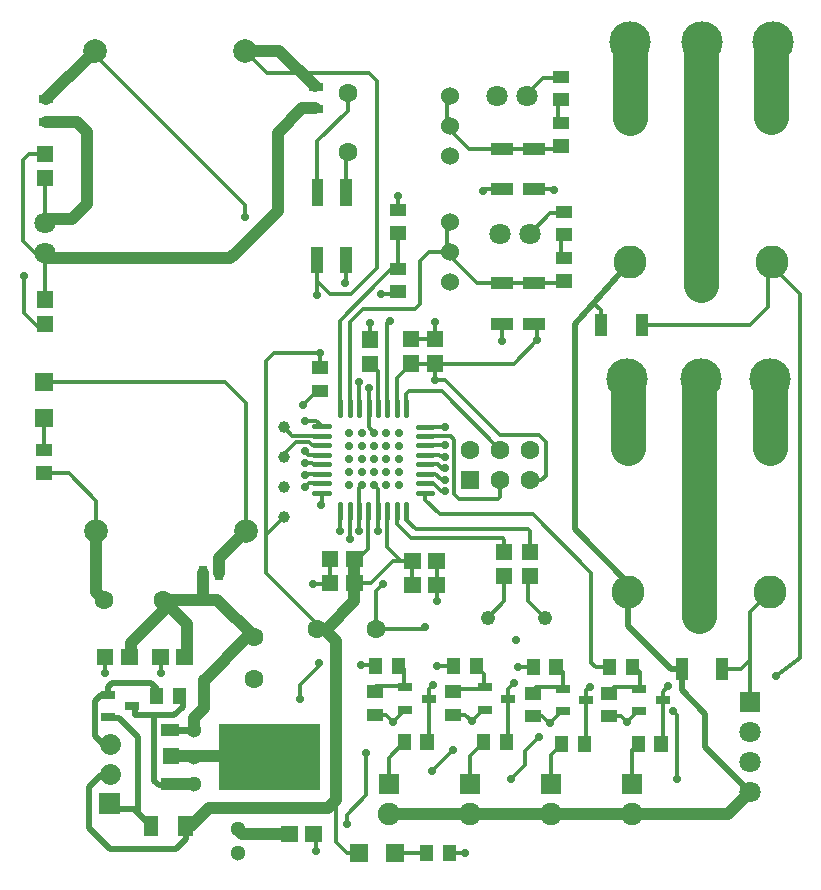
<source format=gtl>
G04 Layer: TopLayer*
G04 EasyEDA v6.4.20.6, 2021-07-30T13:21:48--3:00*
G04 b5d51b18a43e43a9a62da66a6b900804,9d841d54c62b4e4b873e3168cd68637e,10*
G04 Gerber Generator version 0.2*
G04 Scale: 100 percent, Rotated: No, Reflected: No *
G04 Dimensions in millimeters *
G04 leading zeros omitted , absolute positions ,4 integer and 5 decimal *
%FSLAX45Y45*%
%MOMM*%

%ADD10C,0.3000*%
%ADD12C,1.0000*%
%ADD13C,3.0000*%
%ADD14C,0.5000*%
%ADD15C,0.6000*%
%ADD16C,0.4500*%
%ADD17C,0.7100*%
%ADD19R,1.3500X1.4100*%
%ADD20R,0.6350X1.2700*%
%ADD22R,1.6350X1.6000*%
%ADD23R,1.0160X1.9050*%
%ADD24R,1.3770X1.1325*%
%ADD25R,1.9050X1.0160*%
%ADD26R,1.2700X0.6350*%
%ADD27R,1.6000X1.6350*%
%ADD29R,1.2500X0.7000*%
%ADD30R,6.2001X5.4000*%
%ADD31R,1.6002X1.0008*%
%ADD32R,0.9800X2.2650*%
%ADD33C,1.8000*%
%ADD34C,1.5240*%
%ADD35C,1.6000*%
%ADD36C,1.3000*%
%ADD37R,1.8000X1.8000*%
%ADD38C,2.0000*%
%ADD39C,1.9000*%
%ADD40C,2.7940*%
%ADD41R,1.6000X1.6000*%
%ADD42C,1.2116*%
%ADD43C,1.3000*%
%ADD44C,3.5000*%

%LPD*%
D10*
X2071573Y4885258D02*
G01*
X2071573Y4926126D01*
X1638300Y5359400D01*
X1638300Y7150100D01*
X1710692Y7222492D01*
X2095500Y7222492D01*
D12*
X2235200Y4779261D02*
G01*
X2129203Y4885258D01*
X2071573Y4885258D01*
X2071573Y4885258D02*
G01*
X2154763Y4885258D01*
X2389002Y5119494D01*
X2389002Y5270500D01*
D13*
X5908537Y6412306D02*
G01*
X5908537Y6994664D01*
X5905502Y6997700D01*
D10*
X2988309Y6356350D02*
G01*
X3107436Y6356350D01*
X3128518Y6335521D01*
X3150108Y6335521D01*
X2988309Y6516370D02*
G01*
X3204718Y6516370D01*
X3236975Y6484112D01*
X3236975Y6021323D01*
X3276600Y5981700D01*
X3606800Y5981700D01*
X3625850Y6000750D01*
X3625850Y6145021D01*
X2988309Y6276594D02*
G01*
X3093720Y6276594D01*
X3131311Y6239002D01*
X3154679Y6239002D01*
X3025647Y6116573D02*
G01*
X3058668Y6116573D01*
X3124454Y6050787D01*
X3154773Y6050841D01*
X1968500Y6082360D02*
G01*
X2003732Y6117592D01*
X2112007Y6117592D01*
X2112009Y6437376D02*
G01*
X2033524Y6437376D01*
X2006600Y6464300D01*
X1892300Y6464300D01*
X1790700Y6362700D01*
X1790700Y6337300D01*
X1968500Y6387160D02*
G01*
X1998294Y6357365D01*
X2112007Y6357365D01*
X1968500Y6183960D02*
G01*
X1982139Y6197600D01*
X2112007Y6197600D01*
X2112009Y6517386D02*
G01*
X1864613Y6517386D01*
X1790700Y6591300D01*
X1968500Y6285560D02*
G01*
X2027854Y6285560D01*
X2035807Y6277607D01*
X2112007Y6277607D01*
X2112007Y6597395D02*
G01*
X2067303Y6642100D01*
X1968500Y6642100D01*
X-241300Y6202679D02*
G01*
X-30479Y6202679D01*
X203200Y5969000D01*
X203200Y5715000D01*
X279400Y4508957D02*
G01*
X279400Y4660900D01*
X751839Y4511217D02*
G01*
X751839Y4630928D01*
X769112Y4648200D01*
X2587726Y5715101D02*
G01*
X2587726Y5879569D01*
X2588257Y5880100D01*
X2108200Y5928360D02*
G01*
X2112007Y5932167D01*
X2112007Y6037579D01*
X2428491Y5880100D02*
G01*
X2425700Y5877308D01*
X2425700Y5714517D01*
X2349500Y5645861D02*
G01*
X2349500Y5879084D01*
X2348484Y5880100D01*
X2268372Y5716244D02*
G01*
X2268372Y5879995D01*
X2268476Y5880100D01*
X-228600Y8064500D02*
G01*
X-228600Y7672196D01*
X-228600Y8318500D02*
G01*
X-228600Y8698103D01*
X-228600Y8903970D02*
G01*
X-367029Y8903970D01*
X-419100Y8851900D01*
X-419100Y8166100D01*
X-317500Y8064500D01*
X-228600Y8064500D01*
X-241300Y6971642D02*
G01*
X1296057Y6971642D01*
X1473200Y6794500D01*
X1473200Y5715000D01*
D12*
X1358900Y8051800D02*
G01*
X1333500Y8026400D01*
X-228600Y8026400D01*
D10*
X2620312Y7721927D02*
G01*
X2736425Y7721927D01*
X2756382Y7741884D01*
X2269490Y6753860D02*
G01*
X2269490Y7489189D01*
X2605531Y7837678D01*
X2700527Y7932420D01*
X2755900Y7932420D01*
X1460500Y9779000D02*
G01*
X1651000Y9588500D01*
X2514600Y9588500D01*
X2578100Y9525000D01*
X2578100Y7940802D01*
X2358897Y7721600D01*
X2186940Y7721600D01*
X2077211Y7831328D01*
X2077211Y8009889D01*
X2070100Y7708900D02*
G01*
X2077206Y7716006D01*
X2077206Y8009892D01*
X-203200Y7440805D02*
G01*
X-290705Y7440805D01*
X-409702Y7559802D01*
X-409702Y7869758D01*
D12*
X1714500Y9779000D02*
G01*
X1460500Y9779000D01*
D10*
X2316988Y8576310D02*
G01*
X2316988Y8899652D01*
X2336800Y8919463D01*
X2755900Y8234578D02*
G01*
X2755900Y7932521D01*
X2311400Y7810500D02*
G01*
X2317092Y7816192D01*
X2317092Y8009836D01*
X3070857Y7128383D02*
G01*
X2867657Y7128383D01*
X2867657Y7334374D02*
G01*
X3070857Y7334374D01*
X3641394Y7319898D02*
G01*
X3641394Y7381544D01*
X3641404Y7465954D01*
X3070859Y6990079D02*
G01*
X3157220Y6990079D01*
X3619500Y6527800D01*
X3949700Y6527800D01*
X4009897Y6467602D01*
X4009897Y6181597D01*
X3973322Y6145021D01*
X3879850Y6145021D01*
X2988307Y6036561D02*
G01*
X2988307Y5977892D01*
X3111500Y5854700D01*
X3898900Y5854700D01*
X4394200Y5359400D01*
X4394200Y4597400D01*
X4432300Y4559300D01*
X4551573Y4559300D01*
X4749800Y4572000D02*
G01*
X4807173Y4514626D01*
X4807173Y4387601D01*
D14*
X5162550Y4546600D02*
G01*
X5067300Y4546600D01*
X4708649Y4905250D01*
X4708649Y5192265D01*
D10*
X5505450Y4546600D02*
G01*
X5664200Y4546600D01*
X5740400Y4622800D01*
X5740400Y4267200D02*
G01*
X5740400Y5024104D01*
X5908588Y5192293D01*
X5956300Y4483100D02*
G01*
X6159500Y4635500D01*
X6159500Y7506715D01*
X2811673Y3924300D02*
G01*
X2679600Y3792220D01*
X2679600Y3568725D01*
X2442209Y4575810D02*
G01*
X2566563Y4575810D01*
X2570373Y4572000D01*
X3494100Y4197604D02*
G01*
X3480943Y4197604D01*
X3383635Y4100296D01*
X3694175Y4292600D02*
G01*
X3694175Y3924300D01*
X3677920Y3924300D01*
X4154500Y4184904D02*
G01*
X4145000Y4184904D01*
X4049496Y4089400D01*
X3778961Y4559300D02*
G01*
X3903873Y4559300D01*
X3086100Y4572000D02*
G01*
X3230778Y4572000D01*
X2755900Y4597400D02*
G01*
X2813273Y4540026D01*
X2813273Y4400301D01*
X3416300Y4572000D02*
G01*
X3486373Y4501926D01*
X3486373Y4374901D01*
X4102100Y4572000D02*
G01*
X4159473Y4514626D01*
X4159473Y4387601D01*
X4381500Y4394200D02*
G01*
X4354499Y4367199D01*
X4354499Y4279900D01*
X4546600Y4145178D02*
G01*
X4648301Y4145178D01*
X4699000Y4094479D01*
X2557673Y4389226D02*
G01*
X2568747Y4400301D01*
X2813273Y4400301D01*
X2092959Y4598670D02*
G01*
X2092959Y4569460D01*
X1930400Y4406900D01*
X1930400Y4292600D01*
X3657600Y5332605D02*
G01*
X3657600Y5118100D01*
X3517900Y4978400D01*
X3873500Y5332605D02*
G01*
X3860800Y5332605D01*
X3860800Y5118100D01*
X4000500Y4978400D01*
X2978658Y5651500D02*
G01*
X3646170Y5651500D01*
X3657600Y5640070D01*
X3657600Y5538470D01*
X2828292Y5880100D02*
G01*
X2828292Y5807707D01*
X2908300Y5727700D01*
X3200400Y5727700D01*
X3200400Y5727700D02*
G01*
X3857848Y5727700D01*
X3873500Y5712048D01*
X3873500Y5538594D01*
X2748285Y5880100D02*
G01*
X2748285Y5773420D01*
X2870200Y5651500D01*
X2978632Y5651500D01*
D14*
X304545Y4326636D02*
G01*
X304545Y4389120D01*
X337565Y4422139D01*
X668273Y4422139D01*
X716279Y4374387D01*
X716279Y4318000D01*
D10*
X5002275Y4279900D02*
G01*
X5002275Y3911600D01*
X4986020Y3911600D01*
X4354575Y4279900D02*
G01*
X4354575Y3911600D01*
X4338320Y3911600D01*
X2235200Y3437381D02*
G01*
X2235200Y3078479D01*
X2329179Y2984500D01*
X2426461Y2984500D01*
X1638300Y5562345D02*
G01*
X1638300Y5676900D01*
X1790700Y5829300D01*
X3055442Y4408170D02*
G01*
X3020999Y4373727D01*
X3020999Y4292600D01*
X1955800Y6781800D02*
G01*
X2075078Y6901078D01*
X2095500Y6901078D01*
X2755900Y8427821D02*
G01*
X2755900Y8547100D01*
X5049164Y4396003D02*
G01*
X5002199Y4349038D01*
X5002199Y4279900D01*
X5921301Y7986290D02*
G01*
X5892800Y7957797D01*
X5892800Y7607300D01*
X5740400Y7454900D01*
X4821478Y7454900D01*
X6159500Y7721600D02*
G01*
X5908601Y7972498D01*
X6159500Y7505700D02*
G01*
X6159500Y7721600D01*
X3200400Y8078215D02*
G01*
X3023615Y8078215D01*
X2946400Y8001000D01*
X2946400Y7634986D01*
X2906013Y7594600D01*
X2463800Y7594600D01*
X2349500Y7480300D01*
X2349500Y6753860D01*
X3195426Y2984500D02*
G01*
X3325037Y2984500D01*
X-241300Y6668262D02*
G01*
X-241300Y6395720D01*
D12*
X-228600Y8356600D02*
G01*
X0Y8356600D01*
X127000Y8483600D01*
X127000Y9093200D01*
X42926Y9177274D01*
X-220979Y9177274D01*
D13*
X4708641Y6412306D02*
G01*
X4708641Y6988060D01*
X4699002Y6997700D01*
X5308589Y4992293D02*
G01*
X5308589Y6984989D01*
X5321300Y6997700D01*
X5921247Y9215714D02*
G01*
X5921247Y9854956D01*
X5930900Y9864608D01*
X4721352Y9206306D02*
G01*
X4721352Y9852152D01*
X4724400Y9855200D01*
X5321300Y7795701D02*
G01*
X5321300Y9851908D01*
X5334000Y9864608D01*
D10*
X4413361Y7644792D02*
G01*
X4478578Y7579575D01*
X4478578Y7454900D01*
D12*
X1739900Y9080500D02*
G01*
X1739900Y8420100D01*
X1358900Y8039100D01*
X1092200Y3302000D02*
G01*
X1155700Y3365500D01*
X2163318Y3365500D01*
X2235200Y3437381D01*
X2235200Y4779263D01*
X1092200Y3302000D02*
G01*
X1003300Y3213100D01*
X960628Y3213100D01*
D14*
X342900Y3644900D02*
G01*
X241300Y3644900D01*
X139700Y3543300D01*
X139700Y3200400D01*
X317500Y3022600D01*
X876300Y3022600D01*
X960678Y3106978D01*
X960678Y3213100D01*
D12*
X1548129Y4810505D02*
G01*
X1227581Y5130800D01*
X770636Y5130800D01*
X203200Y5715000D02*
G01*
X203200Y5198313D01*
X270713Y5130800D01*
D10*
X190500Y9779000D02*
G01*
X190500Y9740900D01*
X1460500Y8470900D01*
X1460500Y8369300D01*
D12*
X165100Y9728200D02*
G01*
X139372Y9728200D01*
X-220929Y9367898D01*
X190172Y9779000D01*
X190500Y9779000D01*
X2052314Y9482076D02*
G01*
X1755391Y9779000D01*
X1460500Y9779000D01*
D10*
X5948710Y7955955D02*
G01*
X5934001Y7941246D01*
X2514600Y6921500D02*
G01*
X2509514Y6916414D01*
X2509514Y6753857D01*
X2669280Y6753857D02*
G01*
X2669280Y7469880D01*
X2692400Y7493000D01*
X3937000Y7327900D02*
G01*
X3937000Y7461250D01*
X3911600Y8604250D02*
G01*
X4070350Y8604250D01*
X4076700Y8597900D01*
X3476167Y8594267D02*
G01*
X3486150Y8604250D01*
X3695700Y8604250D01*
X3175000Y8065493D02*
G01*
X3175000Y8319493D01*
X3641394Y7808848D02*
G01*
X3431644Y7808848D01*
X3175000Y8065493D01*
X4140200Y7815478D02*
G01*
X4133570Y7808848D01*
X3641394Y7808848D01*
X4140200Y8209178D02*
G01*
X4140200Y8008721D01*
X3873500Y8227060D02*
G01*
X4048861Y8402421D01*
X4140200Y8402421D01*
X3175000Y9386315D02*
G01*
X3175000Y9132315D01*
X3653967Y8943517D02*
G01*
X3363775Y8943517D01*
X3175000Y9132293D01*
X4114800Y8958478D02*
G01*
X4099839Y8943517D01*
X3653967Y8943517D01*
X4114800Y9352178D02*
G01*
X4114800Y9151721D01*
X3822700Y9385300D02*
G01*
X3982826Y9545421D01*
X4114800Y9545421D01*
X2063318Y3004820D02*
G01*
X2063318Y3132383D01*
X2046102Y3149600D01*
D12*
X2389002Y5270500D02*
G01*
X2389126Y5473700D01*
D10*
X3155035Y6591300D02*
G01*
X3149955Y6596379D01*
X2988307Y6596379D01*
X2829308Y6753857D02*
G01*
X2829308Y6870192D01*
X2855219Y6896100D01*
X3128614Y6896100D01*
X3625824Y6398895D01*
X2881497Y5461000D02*
G01*
X2717142Y5461000D01*
X2526642Y5270500D01*
X2389002Y5270500D01*
X2668264Y5880100D02*
G01*
X2668264Y5574035D01*
X2781300Y5461000D01*
X2881497Y5461000D01*
D12*
X4737100Y3314674D02*
G01*
X5549874Y3314674D01*
X5740400Y3505200D01*
X4051300Y3314700D02*
G01*
X4737100Y3314674D01*
X3365500Y3314700D02*
G01*
X4051300Y3314700D01*
X2679700Y3314674D02*
G01*
X3365500Y3314700D01*
D10*
X4792873Y3911600D02*
G01*
X4737000Y3855720D01*
X4737000Y3568700D01*
X4145173Y3911600D02*
G01*
X4051200Y3817620D01*
X4051200Y3568725D01*
X3484773Y3924300D02*
G01*
X3365400Y3804920D01*
X3365400Y3568725D01*
X4802200Y4184904D02*
G01*
X4789424Y4184904D01*
X4699000Y4094479D01*
X3898900Y4145178D02*
G01*
X3980073Y4145178D01*
X4035851Y4089400D01*
X4049496Y4089400D01*
X2565400Y4157878D02*
G01*
X2658262Y4157878D01*
X2720162Y4095978D01*
X2821000Y4197604D02*
G01*
X2720162Y4096765D01*
X2720162Y4095978D01*
X3225800Y4157878D02*
G01*
X3326053Y4157878D01*
X3383635Y4100296D01*
X3737432Y4421403D02*
G01*
X3694099Y4378070D01*
X3694099Y4292600D01*
X3020999Y4292600D02*
G01*
X3020999Y3924300D01*
X3004926Y3924300D01*
X2095500Y7094220D02*
G01*
X2095500Y7222489D01*
X3070857Y7128383D02*
G01*
X3070857Y6990079D01*
X3070857Y7334374D02*
G01*
X3075940Y7339456D01*
X3075940Y7479029D01*
X2524757Y7334374D02*
G01*
X2524757Y7475928D01*
X2525496Y7476667D01*
X2867657Y7128383D02*
G01*
X2749301Y7010021D01*
X2749301Y6753857D01*
X2524757Y7128383D02*
G01*
X2589273Y7063867D01*
X2589273Y6753857D01*
X3087502Y5257800D02*
G01*
X3087626Y5461000D01*
X3086100Y5118100D02*
G01*
X3087502Y5257800D01*
X2040661Y5265420D02*
G01*
X2127128Y5265420D01*
X2142368Y5250179D01*
X2182997Y5473700D02*
G01*
X2182997Y5290814D01*
X2142368Y5250179D01*
X3903873Y4363826D02*
G01*
X3927647Y4387601D01*
X4159473Y4387601D01*
X3218073Y4363826D02*
G01*
X3229147Y4374901D01*
X3460973Y4374901D01*
X4551573Y4351126D02*
G01*
X4588047Y4387601D01*
X4794473Y4387601D01*
D12*
X1406321Y3185261D02*
G01*
X1441983Y3149600D01*
X1840105Y3149600D01*
D15*
X829307Y4025900D02*
G01*
X1028700Y4025900D01*
D12*
X908050Y3810000D02*
G01*
X1123950Y3810000D01*
X1250950Y3810000D01*
D10*
X2336800Y9419386D02*
G01*
X2336800Y9271000D01*
X2077110Y9011310D01*
X2077110Y8576360D01*
D14*
X934821Y4306826D02*
G01*
X934821Y4225645D01*
X863600Y4154426D01*
X531799Y4154426D01*
X531799Y4217926D01*
D12*
X976505Y4648200D02*
G01*
X976505Y4925006D01*
X770712Y5130800D01*
D14*
X854707Y3557526D02*
G01*
X734999Y3557526D01*
X696899Y3595626D01*
X696899Y3595626D02*
G01*
X696899Y4154426D01*
X342900Y3914056D02*
G01*
X254000Y3914056D01*
X190500Y3977556D01*
X190500Y4038600D01*
X190500Y4038600D02*
G01*
X190500Y4269656D01*
X247395Y4326552D01*
X331800Y4326552D01*
X342900Y4127500D02*
G01*
X398195Y4127500D01*
X557199Y3968495D01*
X557199Y3320821D01*
X664921Y3213100D01*
X625220Y3257295D02*
G01*
X523620Y3358895D01*
X277799Y3358895D01*
D12*
X1250950Y3810000D02*
G01*
X1602742Y3810000D01*
X1628142Y3835400D01*
X829307Y3570226D02*
G01*
X1028700Y3570226D01*
X495300Y4648200D02*
G01*
X495300Y4762500D01*
X770712Y5037912D01*
X770712Y5130800D01*
X1739900Y9085069D02*
G01*
X1946653Y9291576D01*
X2052320Y9291576D01*
D10*
X2729738Y2984500D02*
G01*
X3002279Y2984500D01*
X3070857Y7128383D02*
G01*
X3737483Y7128383D01*
X3937000Y7327900D01*
X2881502Y5461000D02*
G01*
X2881502Y5257800D01*
X2508498Y5880100D02*
G01*
X2508498Y5562600D01*
X2419598Y5473700D01*
X2389002Y5473700D01*
X2451734Y6101079D02*
G01*
X2428493Y6077838D01*
X2428493Y5880100D01*
X2556509Y6101079D02*
G01*
X2588259Y6069329D01*
X2588259Y5880100D01*
X2509520Y6753860D02*
G01*
X2509520Y6592570D01*
X2556509Y6545579D01*
X2429507Y6753857D02*
G01*
X2429507Y6968492D01*
X2425700Y6972300D01*
X2988307Y6436357D02*
G01*
X3155541Y6436357D01*
X3156661Y6437477D01*
X2988307Y6196584D02*
G01*
X3074415Y6196584D01*
X3120897Y6150102D01*
X3156661Y6150102D01*
X2571546Y4885258D02*
G01*
X2571546Y5202275D01*
X2634333Y5265061D01*
X2984500Y4902200D02*
G01*
X2967558Y4885258D01*
X2571546Y4885258D01*
X2323084Y3232150D02*
G01*
X2323084Y3310018D01*
X2487752Y3474686D01*
X2487752Y3830675D01*
X3048000Y3683000D02*
G01*
X3225800Y3860800D01*
D14*
X5162550Y4546600D02*
G01*
X5162550Y4362450D01*
X5359400Y4165600D01*
X5359400Y3886200D01*
X5740400Y3505200D01*
D10*
X5090157Y4185920D02*
G01*
X5123179Y4152900D01*
X5123179Y3615689D01*
X3718433Y3615486D02*
G01*
X3835400Y3732453D01*
X3835400Y3852316D01*
X3953941Y3970858D01*
D12*
X1028700Y4025900D02*
G01*
X1028700Y4127500D01*
X1117600Y4216400D01*
X1117600Y4449058D01*
X1536700Y4810505D02*
G01*
X1484127Y4810505D01*
X1122679Y4449058D01*
X1104900Y5359400D02*
G01*
X1104900Y5148579D01*
X1122679Y5130800D01*
X1473200Y5715000D02*
G01*
X1244600Y5486400D01*
X1244600Y5359400D01*
D14*
X4708652Y5192268D02*
G01*
X4708652Y5273547D01*
X4254500Y5727700D01*
X4254500Y7468615D01*
X4721301Y7986293D01*
D16*
X2052010Y6037579D02*
G01*
X2172009Y6037579D01*
X2052010Y6117589D02*
G01*
X2172009Y6117589D01*
X2052010Y6197600D02*
G01*
X2172009Y6197600D01*
X2052010Y6277610D02*
G01*
X2172009Y6277610D01*
X2052010Y6357365D02*
G01*
X2172009Y6357365D01*
X2052010Y6437376D02*
G01*
X2172009Y6437376D01*
X2052010Y6517386D02*
G01*
X2172009Y6517386D01*
X2052010Y6597395D02*
G01*
X2172009Y6597395D01*
X2269490Y6813859D02*
G01*
X2269490Y6693860D01*
X2349500Y6813859D02*
G01*
X2349500Y6693860D01*
X2429509Y6813859D02*
G01*
X2429509Y6693860D01*
X2509520Y6813859D02*
G01*
X2509520Y6693860D01*
X2589275Y6813859D02*
G01*
X2589275Y6693860D01*
X2669286Y6813859D02*
G01*
X2669286Y6693860D01*
X2749295Y6813859D02*
G01*
X2749295Y6693860D01*
X2829306Y6813859D02*
G01*
X2829306Y6693860D01*
X2928310Y6596379D02*
G01*
X3048309Y6596379D01*
X2928310Y6516370D02*
G01*
X3048309Y6516370D01*
X2928310Y6436360D02*
G01*
X3048309Y6436360D01*
X2928310Y6356350D02*
G01*
X3048309Y6356350D01*
X2928310Y6276594D02*
G01*
X3048309Y6276594D01*
X2928310Y6196584D02*
G01*
X3048309Y6196584D01*
X2928310Y6116573D02*
G01*
X3048309Y6116573D01*
X2928310Y6036563D02*
G01*
X3048309Y6036563D01*
X2828290Y5940099D02*
G01*
X2828290Y5820100D01*
X2748279Y5940099D02*
G01*
X2748279Y5820100D01*
X2668270Y5940099D02*
G01*
X2668270Y5820100D01*
X2588259Y5940099D02*
G01*
X2588259Y5820100D01*
X2508504Y5940099D02*
G01*
X2508504Y5820100D01*
X2428493Y5940099D02*
G01*
X2428493Y5820100D01*
X2348484Y5940099D02*
G01*
X2348484Y5820100D01*
X2268474Y5940099D02*
G01*
X2268474Y5820100D01*
G36*
X767702Y3742499D02*
G01*
X767702Y3877500D01*
X908702Y3877500D01*
X908702Y3742499D01*
G37*
D19*
G01*
X3070859Y7334377D03*
D20*
G01*
X1244600Y5359400D03*
G01*
X1104900Y5359400D03*
G36*
X3138799Y2915650D02*
G01*
X3138799Y3053349D01*
X3252053Y3053349D01*
X3252053Y2915650D01*
G37*
G36*
X3058800Y2915650D02*
G01*
X3058800Y3053349D01*
X2945546Y3053349D01*
X2945546Y2915650D01*
G37*
D22*
G01*
X2426360Y2984500D03*
G01*
X2729839Y2984500D03*
D23*
G01*
X5162550Y4546600D03*
G01*
X5505450Y4546600D03*
G01*
X4478566Y7454900D03*
G01*
X4821466Y7454900D03*
G36*
X4071350Y9027800D02*
G01*
X4209049Y9027800D01*
X4209049Y8914546D01*
X4071350Y8914546D01*
G37*
D24*
G01*
X4140200Y9164421D03*
G36*
X4071350Y9421500D02*
G01*
X4209049Y9421500D01*
X4209049Y9308246D01*
X4071350Y9308246D01*
G37*
G01*
X4140200Y9558121D03*
D25*
G01*
X3911600Y8604250D03*
G01*
X3911600Y8947150D03*
G01*
X3641407Y8947150D03*
G01*
X3641407Y8604250D03*
G01*
X3641404Y7808854D03*
G01*
X3641404Y7465954D03*
G01*
X3911600Y7465956D03*
G01*
X3911600Y7808856D03*
G36*
X4096750Y8278500D02*
G01*
X4234449Y8278500D01*
X4234449Y8165246D01*
X4096750Y8165246D01*
G37*
D24*
G01*
X4165600Y8415121D03*
G36*
X4096750Y7884800D02*
G01*
X4234449Y7884800D01*
X4234449Y7771546D01*
X4096750Y7771546D01*
G37*
G01*
X4165600Y8021421D03*
G36*
X2687050Y8291200D02*
G01*
X2824749Y8291200D01*
X2824749Y8177946D01*
X2687050Y8177946D01*
G37*
G01*
X2755900Y8427821D03*
G36*
X2687050Y7795900D02*
G01*
X2824749Y7795900D01*
X2824749Y7682646D01*
X2687050Y7682646D01*
G37*
G01*
X2755900Y7932521D03*
G36*
X2164349Y7037699D02*
G01*
X2026650Y7037699D01*
X2026650Y7150953D01*
X2164349Y7150953D01*
G37*
G01*
X2095500Y6901078D03*
D26*
G01*
X-220929Y9367901D03*
G01*
X-220929Y9177401D03*
D27*
G01*
X-241300Y6971639D03*
G01*
X-241300Y6668160D03*
G36*
X-310149Y6259200D02*
G01*
X-172450Y6259200D01*
X-172450Y6145946D01*
X-310149Y6145946D01*
G37*
D24*
G01*
X-241300Y6395821D03*
G36*
X-161099Y8833599D02*
G01*
X-296100Y8833599D01*
X-296100Y8974599D01*
X-161099Y8974599D01*
G37*
D19*
G01*
X-228600Y8698103D03*
G36*
X-161099Y7601699D02*
G01*
X-296100Y7601699D01*
X-296100Y7742699D01*
X-161099Y7742699D01*
G37*
G01*
X-228600Y7466203D03*
G36*
X1910600Y3217100D02*
G01*
X1910600Y3082099D01*
X1769600Y3082099D01*
X1769600Y3217100D01*
G37*
G36*
X1975599Y3217100D02*
G01*
X1975599Y3082099D01*
X2116599Y3082099D01*
X2116599Y3217100D01*
G37*
G36*
X772800Y4386849D02*
G01*
X772800Y4249150D01*
X659546Y4249150D01*
X659546Y4386849D01*
G37*
G36*
X852799Y4386849D02*
G01*
X852799Y4249150D01*
X966053Y4249150D01*
X966053Y4386849D01*
G37*
G36*
X900300Y3128050D02*
G01*
X900300Y3298149D01*
X1021052Y3298149D01*
X1021052Y3128050D01*
G37*
G36*
X725299Y3128050D02*
G01*
X725299Y3298149D01*
X604547Y3298149D01*
X604547Y3128050D01*
G37*
G36*
X413499Y4580699D02*
G01*
X413499Y4715700D01*
X554499Y4715700D01*
X554499Y4580699D01*
G37*
G36*
X348500Y4580699D02*
G01*
X348500Y4715700D01*
X207500Y4715700D01*
X207500Y4580699D01*
G37*
G36*
X883399Y4580699D02*
G01*
X883399Y4715700D01*
X1024399Y4715700D01*
X1024399Y4580699D01*
G37*
G36*
X818400Y4580699D02*
G01*
X818400Y4715700D01*
X677400Y4715700D01*
X677400Y4580699D01*
G37*
D29*
G01*
X306400Y4324095D03*
G01*
X306400Y4134104D03*
G01*
X506399Y4229100D03*
D30*
G01*
X1558289Y3797300D03*
D31*
G01*
X829310Y4025900D03*
G01*
X829310Y3568700D03*
D26*
G01*
X2065045Y9474200D03*
G01*
X2065045Y9283700D03*
G36*
X2627000Y4640849D02*
G01*
X2627000Y4503150D01*
X2513746Y4503150D01*
X2513746Y4640849D01*
G37*
G36*
X2706999Y4640849D02*
G01*
X2706999Y4503150D01*
X2820253Y4503150D01*
X2820253Y4640849D01*
G37*
G36*
X3287400Y4640849D02*
G01*
X3287400Y4503150D01*
X3174146Y4503150D01*
X3174146Y4640849D01*
G37*
G36*
X3367399Y4640849D02*
G01*
X3367399Y4503150D01*
X3480653Y4503150D01*
X3480653Y4640849D01*
G37*
G36*
X3960500Y4628149D02*
G01*
X3960500Y4490450D01*
X3847246Y4490450D01*
X3847246Y4628149D01*
G37*
G36*
X4040499Y4628149D02*
G01*
X4040499Y4490450D01*
X4153753Y4490450D01*
X4153753Y4628149D01*
G37*
G36*
X4608200Y4628149D02*
G01*
X4608200Y4490450D01*
X4494946Y4490450D01*
X4494946Y4628149D01*
G37*
G36*
X4688199Y4628149D02*
G01*
X4688199Y4490450D01*
X4801453Y4490450D01*
X4801453Y4628149D01*
G37*
G36*
X2634249Y4294499D02*
G01*
X2496550Y4294499D01*
X2496550Y4407753D01*
X2634249Y4407753D01*
G37*
D24*
G01*
X2565400Y4157878D03*
G36*
X3294649Y4294499D02*
G01*
X3156950Y4294499D01*
X3156950Y4407753D01*
X3294649Y4407753D01*
G37*
G01*
X3225800Y4157878D03*
G36*
X3967749Y4281799D02*
G01*
X3830050Y4281799D01*
X3830050Y4395053D01*
X3967749Y4395053D01*
G37*
G01*
X3898900Y4145178D03*
G36*
X4615449Y4281799D02*
G01*
X4477750Y4281799D01*
X4477750Y4395053D01*
X4615449Y4395053D01*
G37*
G01*
X4546600Y4145178D03*
G36*
X2868300Y3993149D02*
G01*
X2868300Y3855450D01*
X2755046Y3855450D01*
X2755046Y3993149D01*
G37*
G36*
X2948299Y3993149D02*
G01*
X2948299Y3855450D01*
X3061553Y3855450D01*
X3061553Y3993149D01*
G37*
G36*
X3541400Y3993149D02*
G01*
X3541400Y3855450D01*
X3428146Y3855450D01*
X3428146Y3993149D01*
G37*
G36*
X3621399Y3993149D02*
G01*
X3621399Y3855450D01*
X3734653Y3855450D01*
X3734653Y3993149D01*
G37*
G36*
X4201800Y3980449D02*
G01*
X4201800Y3842750D01*
X4088546Y3842750D01*
X4088546Y3980449D01*
G37*
G36*
X4281799Y3980449D02*
G01*
X4281799Y3842750D01*
X4395053Y3842750D01*
X4395053Y3980449D01*
G37*
G36*
X4849500Y3980449D02*
G01*
X4849500Y3842750D01*
X4736246Y3842750D01*
X4736246Y3980449D01*
G37*
G36*
X4929499Y3980449D02*
G01*
X4929499Y3842750D01*
X5042753Y3842750D01*
X5042753Y3980449D01*
G37*
D29*
G01*
X2821000Y4387595D03*
G01*
X2821000Y4197604D03*
G01*
X3020999Y4292600D03*
G01*
X3494100Y4387595D03*
G01*
X3494100Y4197604D03*
G01*
X3694099Y4292600D03*
G01*
X4154500Y4374895D03*
G01*
X4154500Y4184904D03*
G01*
X4354499Y4279900D03*
G01*
X4802200Y4374895D03*
G01*
X4802200Y4184904D03*
G01*
X5002199Y4279900D03*
G36*
X3016999Y5190299D02*
G01*
X3016999Y5325300D01*
X3157999Y5325300D01*
X3157999Y5190299D01*
G37*
G36*
X2952000Y5190299D02*
G01*
X2952000Y5325300D01*
X2811000Y5325300D01*
X2811000Y5190299D01*
G37*
G36*
X2318499Y5406199D02*
G01*
X2318499Y5541200D01*
X2459499Y5541200D01*
X2459499Y5406199D01*
G37*
G36*
X2253500Y5406199D02*
G01*
X2253500Y5541200D01*
X2112500Y5541200D01*
X2112500Y5406199D01*
G37*
G36*
X2592260Y7263879D02*
G01*
X2457259Y7263879D01*
X2457259Y7404879D01*
X2592260Y7404879D01*
G37*
D19*
G01*
X2524759Y7128383D03*
G36*
X2800159Y7198880D02*
G01*
X2935160Y7198880D01*
X2935160Y7057880D01*
X2800159Y7057880D01*
G37*
G01*
X2867659Y7334377D03*
G01*
X3873500Y5538596D03*
G36*
X3805999Y5403100D02*
G01*
X3941000Y5403100D01*
X3941000Y5262100D01*
X3805999Y5262100D01*
G37*
G01*
X3657600Y5538596D03*
G36*
X3590099Y5403100D02*
G01*
X3725100Y5403100D01*
X3725100Y5262100D01*
X3590099Y5262100D01*
G37*
G36*
X3016999Y5393499D02*
G01*
X3016999Y5528500D01*
X3157999Y5528500D01*
X3157999Y5393499D01*
G37*
G36*
X2952000Y5393499D02*
G01*
X2952000Y5528500D01*
X2811000Y5528500D01*
X2811000Y5393499D01*
G37*
G36*
X2318499Y5202999D02*
G01*
X2318499Y5338000D01*
X2459499Y5338000D01*
X2459499Y5202999D01*
G37*
G36*
X2253500Y5202999D02*
G01*
X2253500Y5338000D01*
X2112500Y5338000D01*
X2112500Y5202999D01*
G37*
G36*
X3003359Y7198880D02*
G01*
X3138360Y7198880D01*
X3138360Y7057880D01*
X3003359Y7057880D01*
G37*
G01*
X3070859Y7334377D03*
G36*
X2366098Y8689599D02*
G01*
X2366098Y8463099D01*
X2268100Y8463099D01*
X2268100Y8689599D01*
G37*
G36*
X2126099Y8689599D02*
G01*
X2126099Y8463099D01*
X2028101Y8463099D01*
X2028101Y8689599D01*
G37*
D32*
G01*
X2317089Y8009839D03*
G01*
X2077110Y8009839D03*
G36*
X1244600Y4076700D02*
G01*
X2095500Y4076700D01*
X2095500Y3517900D01*
X1244600Y3517900D01*
G37*
D33*
G01*
X-228600Y8064500D03*
G01*
X-228600Y8318500D03*
D12*
G01*
X1790700Y5829300D03*
G01*
X1790700Y6083300D03*
G01*
X1790700Y6337300D03*
G01*
X1790700Y6591300D03*
D34*
G01*
X3200400Y9144990D03*
G01*
X3200400Y9398990D03*
G01*
X3200400Y8888984D03*
D33*
G01*
X3848100Y9398000D03*
G01*
X3594100Y9398000D03*
G01*
X3873500Y8227060D03*
G01*
X3619500Y8227060D03*
D34*
G01*
X3200400Y8078190D03*
G01*
X3200400Y8332190D03*
G01*
X3200400Y7822184D03*
D35*
G01*
X2336800Y8919387D03*
G01*
X2336800Y9419386D03*
D36*
G01*
X1406311Y3185253D03*
G01*
X1406311Y2985254D03*
D35*
G01*
X1536700Y4460494D03*
G01*
X1536700Y4810505D03*
G36*
X227500Y3493599D02*
G01*
X407499Y3493599D01*
X407499Y3313600D01*
X227500Y3313600D01*
G37*
D38*
G01*
X190500Y9779000D03*
G01*
X203200Y5715000D03*
G01*
X1473200Y5715000D03*
G01*
X1460500Y9779000D03*
D35*
G01*
X770712Y5130800D03*
G01*
X270713Y5130800D03*
D39*
G01*
X4737100Y3314674D03*
D37*
G01*
X4736998Y3568700D03*
D39*
G01*
X3365500Y3314700D03*
D37*
G01*
X3365398Y3568725D03*
D39*
G01*
X4051300Y3314700D03*
D37*
G01*
X4051198Y3568725D03*
D39*
G01*
X2679700Y3314674D03*
D37*
G01*
X2679598Y3568725D03*
D40*
G01*
X5921247Y9206306D03*
G01*
X5321300Y7786293D03*
G01*
X4721301Y7986293D03*
G01*
X5921298Y7986293D03*
G01*
X4721352Y9206306D03*
G01*
X5908547Y6412306D03*
G01*
X5308600Y4992293D03*
G01*
X4708601Y5192293D03*
G01*
X5908598Y5192293D03*
G01*
X4708652Y6412306D03*
D33*
G01*
X5740400Y3505200D03*
D37*
G01*
X5740400Y4267200D03*
D33*
G01*
X5740400Y4013200D03*
G01*
X5740400Y3759200D03*
D41*
G01*
X3371824Y6144895D03*
D35*
G01*
X3371824Y6398895D03*
G01*
X3625824Y6144895D03*
G01*
X3625824Y6398895D03*
G01*
X3879824Y6144895D03*
G01*
X3879824Y6398895D03*
D42*
G01*
X4000500Y4978400D03*
G01*
X3517900Y4978400D03*
D35*
G01*
X2571546Y4885265D03*
G01*
X2071573Y4885265D03*
D43*
G01*
X1028700Y3568700D03*
G01*
X1028700Y3797300D03*
G01*
X1028700Y4025900D03*
D44*
G01*
X4724400Y9855200D03*
G01*
X5334000Y9855200D03*
G01*
X5930900Y9855200D03*
G01*
X5905500Y6997700D03*
G01*
X5321300Y6997700D03*
G01*
X4699000Y6997700D03*
D17*
G01*
X2063325Y3004820D03*
G01*
X1943100Y4000500D03*
G01*
X1943100Y3860800D03*
G01*
X1943100Y3721100D03*
G01*
X1943100Y3581400D03*
G01*
X1384300Y3792220D03*
G01*
X1384300Y3624579D03*
G01*
X1562100Y3624579D03*
G01*
X1739900Y3624579D03*
G01*
X1739900Y3792220D03*
G01*
X1739900Y3959860D03*
G01*
X1562100Y3959860D03*
G01*
X1384300Y3959860D03*
G01*
X1562100Y3792220D03*
G01*
X279400Y4508969D03*
G01*
X751839Y4511227D03*
G01*
X3055437Y4408170D03*
G01*
X3737429Y4421416D03*
G01*
X4381500Y4394200D03*
G01*
X4699000Y4094479D03*
G01*
X4049486Y4089400D03*
G01*
X3383643Y4100286D03*
G01*
X2720152Y4095983D03*
G01*
X3759200Y4787900D03*
G01*
X3086100Y5118100D03*
G01*
X2587713Y5715111D03*
G01*
X2425700Y5714530D03*
G01*
X2268372Y5716249D03*
G01*
X2040653Y5265420D03*
G01*
X2349500Y5645856D03*
G01*
X2346959Y6101079D03*
G01*
X2451734Y6101079D03*
G01*
X2556509Y6101079D03*
G01*
X2661284Y6101079D03*
G01*
X2766059Y6101079D03*
G01*
X2766059Y6215379D03*
G01*
X2661284Y6215379D03*
G01*
X2556509Y6215379D03*
G01*
X2451734Y6215379D03*
G01*
X2346959Y6215379D03*
G01*
X2346959Y6323329D03*
G01*
X2451734Y6323329D03*
G01*
X2556509Y6323329D03*
G01*
X2661284Y6323329D03*
G01*
X2766059Y6323329D03*
G01*
X2766059Y6434454D03*
G01*
X2766059Y6545579D03*
G01*
X2661284Y6545579D03*
G01*
X2661284Y6434454D03*
G01*
X2556509Y6434454D03*
G01*
X2556509Y6545579D03*
G01*
X2451734Y6545579D03*
G01*
X2451734Y6434454D03*
G01*
X2346959Y6434454D03*
G01*
X2346959Y6545579D03*
G01*
X2525486Y7476672D03*
G01*
X3075940Y7479029D03*
G01*
X3070859Y6990079D03*
G01*
X-409691Y7869768D03*
G01*
X2311400Y7810500D03*
G01*
X1460500Y8369300D03*
G01*
X2095500Y7222489D03*
G01*
X2108200Y5928360D03*
G01*
X2442209Y4575810D03*
G01*
X3086100Y4572000D03*
G01*
X3778956Y4559300D03*
G01*
X3156656Y6591300D03*
G01*
X1955800Y6781800D03*
G01*
X2070100Y7708900D03*
G01*
X2755900Y8547100D03*
G01*
X2613659Y7719060D03*
G01*
X3641404Y7319904D03*
G01*
X3476170Y8594272D03*
G01*
X4076700Y8597900D03*
G01*
X3937000Y7327900D03*
G01*
X2692400Y7493000D03*
G01*
X2514600Y6921500D03*
G01*
X3325047Y2984500D03*
G01*
X5956300Y4483100D03*
G01*
X5049156Y4396013D03*
G01*
X1968500Y6285560D03*
G01*
X2634343Y5265059D03*
G01*
X2425700Y6972300D03*
G01*
X1968500Y6183960D03*
G01*
X1968500Y6082360D03*
G01*
X3156656Y6437490D03*
G01*
X3156658Y6340833D03*
G01*
X3156658Y6244165D03*
G01*
X3156653Y6147503D03*
G01*
X3154773Y6050841D03*
G01*
X2984500Y4902200D03*
G01*
X1930400Y4292600D03*
G01*
X2092959Y4598670D03*
G01*
X2323073Y3232150D03*
G01*
X2487747Y3830680D03*
G01*
X3048000Y3683000D03*
G01*
X3225800Y3860800D03*
G01*
X5123179Y3615689D03*
G01*
X5090159Y4185920D03*
G01*
X3718425Y3615489D03*
G01*
X3953931Y3970865D03*
G01*
X1968500Y6642100D03*
G01*
X1968500Y6387160D03*
D33*
X317500Y3911600D02*
G01*
X317500Y3911600D01*
X317500Y3657600D02*
G01*
X317500Y3657600D01*
M02*

</source>
